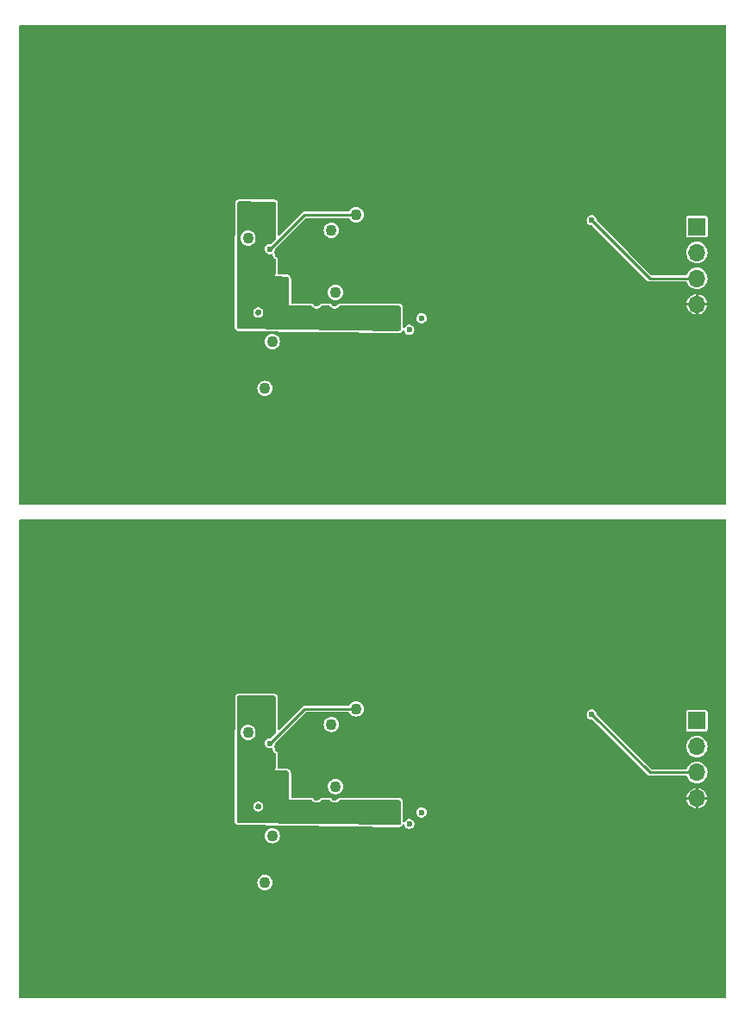
<source format=gbr>
%TF.GenerationSoftware,KiCad,Pcbnew,8.0.4*%
%TF.CreationDate,2024-08-14T23:56:45-07:00*%
%TF.ProjectId,SleepyWoof_panelized,536c6565-7079-4576-9f6f-665f70616e65,rev?*%
%TF.SameCoordinates,Original*%
%TF.FileFunction,Copper,L2,Bot*%
%TF.FilePolarity,Positive*%
%FSLAX46Y46*%
G04 Gerber Fmt 4.6, Leading zero omitted, Abs format (unit mm)*
G04 Created by KiCad (PCBNEW 8.0.4) date 2024-08-14 23:56:45*
%MOMM*%
%LPD*%
G01*
G04 APERTURE LIST*
%TA.AperFunction,TestPad*%
%ADD10C,1.100000*%
%TD*%
%TA.AperFunction,ComponentPad*%
%ADD11R,1.700000X1.700000*%
%TD*%
%TA.AperFunction,ComponentPad*%
%ADD12O,1.700000X1.700000*%
%TD*%
%TA.AperFunction,ViaPad*%
%ADD13C,0.600000*%
%TD*%
%TA.AperFunction,Conductor*%
%ADD14C,0.228600*%
%TD*%
G04 APERTURE END LIST*
D10*
%TO.P,TP1,1,1*%
%TO.N,/WDT-VIN*%
X170780000Y-60780000D03*
%TD*%
%TO.P,TP4,1,1*%
%TO.N,Net-(U1C--)*%
X176605000Y-49860000D03*
%TD*%
%TO.P,TP2,1,1*%
%TO.N,PET_WDT*%
X170080000Y-65397500D03*
%TD*%
%TO.P,TP3,1,1*%
%TO.N,Net-(U1B-+)*%
X177005000Y-55960000D03*
%TD*%
D11*
%TO.P,J1,1,Pin_1*%
%TO.N,VBATT*%
X212480000Y-49500000D03*
D12*
%TO.P,J1,2,Pin_2*%
%TO.N,PET_WDT*%
X212480000Y-52040000D03*
%TO.P,J1,3,Pin_3*%
%TO.N,WDT_OUT*%
X212480000Y-54580000D03*
%TO.P,J1,4,Pin_4*%
%TO.N,GND*%
X212480000Y-57120000D03*
%TD*%
D10*
%TO.P,TP6,1,1*%
%TO.N,WDT_OUT*%
X179017500Y-48335000D03*
%TD*%
%TO.P,TP5,1,1*%
%TO.N,Net-(U1D-+)*%
X168405000Y-50635000D03*
%TD*%
%TO.P,TP5,1,1*%
%TO.N,Net-(U1D-+)*%
X168405000Y-99135000D03*
%TD*%
%TO.P,TP6,1,1*%
%TO.N,WDT_OUT*%
X179017500Y-96835000D03*
%TD*%
D11*
%TO.P,J1,1,Pin_1*%
%TO.N,VBATT*%
X212480000Y-98000000D03*
D12*
%TO.P,J1,2,Pin_2*%
%TO.N,PET_WDT*%
X212480000Y-100540000D03*
%TO.P,J1,3,Pin_3*%
%TO.N,WDT_OUT*%
X212480000Y-103080000D03*
%TO.P,J1,4,Pin_4*%
%TO.N,GND*%
X212480000Y-105620000D03*
%TD*%
D10*
%TO.P,TP3,1,1*%
%TO.N,Net-(U1B-+)*%
X177005000Y-104460000D03*
%TD*%
%TO.P,TP2,1,1*%
%TO.N,PET_WDT*%
X170080000Y-113897500D03*
%TD*%
%TO.P,TP4,1,1*%
%TO.N,Net-(U1C--)*%
X176605000Y-98360000D03*
%TD*%
%TO.P,TP1,1,1*%
%TO.N,/WDT-VIN*%
X170780000Y-109280000D03*
%TD*%
D13*
%TO.N,WDT_OUT*%
X202170000Y-48890000D03*
X170570000Y-51710000D03*
%TO.N,/WDT-VIN*%
X171678647Y-55138127D03*
X177540000Y-59210000D03*
X168410000Y-54750000D03*
X184240000Y-59630000D03*
X170670000Y-47785000D03*
X178860000Y-58600000D03*
X170498733Y-57734733D03*
X185450000Y-58500000D03*
%TO.N,GND*%
X169554000Y-61108000D03*
X178308000Y-54243000D03*
X165785800Y-65342800D03*
X181102000Y-51195000D03*
X175142000Y-57044000D03*
X173786800Y-54954200D03*
X169418000Y-57926000D03*
X172033727Y-51834998D03*
X163730000Y-50980000D03*
X165887400Y-63869600D03*
X171332000Y-52218000D03*
X179578000Y-51195000D03*
X163780000Y-52720000D03*
X173872000Y-52980000D03*
X163800000Y-54480000D03*
X184150000Y-66943000D03*
X163840000Y-56310000D03*
X179324000Y-66943000D03*
X172950000Y-53190000D03*
X174498000Y-66943000D03*
X176920000Y-57044000D03*
X171450000Y-46242000D03*
X171450000Y-94742000D03*
X176920000Y-105544000D03*
X174498000Y-115443000D03*
X172950000Y-101690000D03*
X179324000Y-115443000D03*
X163840000Y-104810000D03*
X184150000Y-115443000D03*
X163800000Y-102980000D03*
X173872000Y-101480000D03*
X163780000Y-101220000D03*
X179578000Y-99695000D03*
X171332000Y-100718000D03*
X165887400Y-112369600D03*
X163730000Y-99480000D03*
X172033727Y-100334998D03*
X169418000Y-106426000D03*
X173786800Y-103454200D03*
X175142000Y-105544000D03*
X181102000Y-99695000D03*
X165785800Y-113842800D03*
X178308000Y-102743000D03*
X169554000Y-109608000D03*
%TO.N,/WDT-VIN*%
X185450000Y-107000000D03*
X170498733Y-106234733D03*
X178860000Y-107100000D03*
X170670000Y-96285000D03*
X184240000Y-108130000D03*
X168410000Y-103250000D03*
X177540000Y-107710000D03*
X171678647Y-103638127D03*
%TO.N,WDT_OUT*%
X170570000Y-100210000D03*
X202170000Y-97390000D03*
%TD*%
D14*
%TO.N,WDT_OUT*%
X207860000Y-54580000D02*
X212480000Y-54580000D01*
X202170000Y-48890000D02*
X207860000Y-54580000D01*
X173945000Y-48335000D02*
X179017500Y-48335000D01*
X170570000Y-51710000D02*
X173945000Y-48335000D01*
X170570000Y-100210000D02*
X173945000Y-96835000D01*
X173945000Y-96835000D02*
X179017500Y-96835000D01*
X202170000Y-97390000D02*
X207860000Y-103080000D01*
X207860000Y-103080000D02*
X212480000Y-103080000D01*
%TD*%
%TA.AperFunction,Conductor*%
%TO.N,GND*%
G36*
X169470791Y-106134046D02*
G01*
X169531432Y-106151851D01*
X169550895Y-106160739D01*
X169604076Y-106194916D01*
X169620249Y-106208931D01*
X169661640Y-106256699D01*
X169673212Y-106274705D01*
X169699469Y-106332200D01*
X169705500Y-106352737D01*
X169714495Y-106415297D01*
X169714495Y-106436701D01*
X169705500Y-106499263D01*
X169699469Y-106519800D01*
X169673213Y-106577293D01*
X169661641Y-106595300D01*
X169620251Y-106643065D01*
X169604076Y-106657081D01*
X169550900Y-106691256D01*
X169531430Y-106700148D01*
X169501109Y-106709051D01*
X169470786Y-106717954D01*
X169449602Y-106721000D01*
X169386397Y-106721000D01*
X169365211Y-106717954D01*
X169304569Y-106700148D01*
X169285098Y-106691256D01*
X169231923Y-106657082D01*
X169215748Y-106643066D01*
X169174359Y-106595301D01*
X169162787Y-106577295D01*
X169150586Y-106550580D01*
X169136527Y-106519796D01*
X169130497Y-106499259D01*
X169124493Y-106457500D01*
X169121503Y-106436700D01*
X169121503Y-106415306D01*
X169130500Y-106352730D01*
X169136530Y-106332198D01*
X169162788Y-106274700D01*
X169174357Y-106256699D01*
X169215751Y-106208928D01*
X169231920Y-106194917D01*
X169285101Y-106160739D01*
X169304569Y-106151849D01*
X169327076Y-106145241D01*
X169365209Y-106134046D01*
X169386393Y-106131000D01*
X169449606Y-106131000D01*
X169470791Y-106134046D01*
G37*
%TD.AperFunction*%
%TA.AperFunction,Conductor*%
G36*
X215362638Y-78278093D02*
G01*
X215388358Y-78322642D01*
X215389500Y-78335700D01*
X215389500Y-125184300D01*
X215371907Y-125232638D01*
X215327358Y-125258358D01*
X215314300Y-125259500D01*
X145991700Y-125259500D01*
X145943362Y-125241907D01*
X145917642Y-125197358D01*
X145916500Y-125184300D01*
X145916500Y-113897499D01*
X169324751Y-113897499D01*
X169324751Y-113897500D01*
X169343686Y-114065556D01*
X169343688Y-114065564D01*
X169396067Y-114215253D01*
X169399544Y-114225190D01*
X169469293Y-114336195D01*
X169489524Y-114368392D01*
X169609107Y-114487975D01*
X169609109Y-114487976D01*
X169609110Y-114487977D01*
X169752310Y-114577956D01*
X169911941Y-114633813D01*
X170023980Y-114646437D01*
X170079999Y-114652749D01*
X170080000Y-114652749D01*
X170080001Y-114652749D01*
X170122014Y-114648015D01*
X170248059Y-114633813D01*
X170407690Y-114577956D01*
X170550890Y-114487977D01*
X170670477Y-114368390D01*
X170760456Y-114225190D01*
X170816313Y-114065559D01*
X170835249Y-113897500D01*
X170816313Y-113729441D01*
X170760456Y-113569810D01*
X170670477Y-113426610D01*
X170670476Y-113426609D01*
X170670475Y-113426607D01*
X170550892Y-113307024D01*
X170518695Y-113286793D01*
X170407690Y-113217044D01*
X170397753Y-113213567D01*
X170248064Y-113161188D01*
X170248056Y-113161186D01*
X170080001Y-113142251D01*
X170079999Y-113142251D01*
X169911943Y-113161186D01*
X169911935Y-113161188D01*
X169752312Y-113217043D01*
X169609107Y-113307024D01*
X169489524Y-113426607D01*
X169399543Y-113569812D01*
X169343688Y-113729435D01*
X169343686Y-113729443D01*
X169324751Y-113897499D01*
X145916500Y-113897499D01*
X145916500Y-109279999D01*
X170024751Y-109279999D01*
X170024751Y-109280000D01*
X170043686Y-109448056D01*
X170043688Y-109448064D01*
X170096067Y-109597753D01*
X170099544Y-109607690D01*
X170169293Y-109718695D01*
X170189524Y-109750892D01*
X170309107Y-109870475D01*
X170309109Y-109870476D01*
X170309110Y-109870477D01*
X170452310Y-109960456D01*
X170611941Y-110016313D01*
X170723980Y-110028937D01*
X170779999Y-110035249D01*
X170780000Y-110035249D01*
X170780001Y-110035249D01*
X170822014Y-110030515D01*
X170948059Y-110016313D01*
X171107690Y-109960456D01*
X171250890Y-109870477D01*
X171370477Y-109750890D01*
X171460456Y-109607690D01*
X171516313Y-109448059D01*
X171535249Y-109280000D01*
X171516313Y-109111941D01*
X171460456Y-108952310D01*
X171370477Y-108809110D01*
X171370476Y-108809109D01*
X171370475Y-108809107D01*
X171250892Y-108689524D01*
X171218695Y-108669293D01*
X171107690Y-108599544D01*
X171097753Y-108596067D01*
X170948064Y-108543688D01*
X170948056Y-108543686D01*
X170780001Y-108524751D01*
X170779999Y-108524751D01*
X170611943Y-108543686D01*
X170611935Y-108543688D01*
X170452312Y-108599543D01*
X170309107Y-108689524D01*
X170189524Y-108809107D01*
X170099543Y-108952312D01*
X170043688Y-109111935D01*
X170043686Y-109111943D01*
X170024751Y-109279999D01*
X145916500Y-109279999D01*
X145916500Y-107832792D01*
X167095325Y-107832792D01*
X167096959Y-107859498D01*
X167096959Y-107859502D01*
X167099000Y-107875581D01*
X167099003Y-107875600D01*
X167104073Y-107901783D01*
X167104077Y-107901801D01*
X167104079Y-107901809D01*
X167123882Y-107977374D01*
X167143984Y-108026778D01*
X167159873Y-108054750D01*
X167192015Y-108097319D01*
X167224144Y-108130000D01*
X167240848Y-108146991D01*
X167258278Y-108160623D01*
X167282863Y-108179852D01*
X167310562Y-108196216D01*
X167340160Y-108208851D01*
X167359619Y-108217158D01*
X167359620Y-108217158D01*
X167359622Y-108217159D01*
X167434840Y-108238244D01*
X167460981Y-108243768D01*
X167461003Y-108243771D01*
X167461013Y-108243773D01*
X167477014Y-108246080D01*
X167477025Y-108246081D01*
X167477037Y-108246083D01*
X167503688Y-108248169D01*
X183218436Y-108452763D01*
X183238773Y-108452020D01*
X183251084Y-108450958D01*
X183271224Y-108448211D01*
X183330147Y-108437184D01*
X183369148Y-108425799D01*
X183384831Y-108419479D01*
X183391944Y-108416614D01*
X183391948Y-108416611D01*
X183391958Y-108416608D01*
X183427957Y-108397773D01*
X183472768Y-108368346D01*
X183504350Y-108342804D01*
X183521848Y-108325527D01*
X183547798Y-108294260D01*
X183577790Y-108249823D01*
X183597081Y-108214058D01*
X183603151Y-108199523D01*
X183638012Y-108161700D01*
X183689031Y-108155134D01*
X183732335Y-108182899D01*
X183746977Y-108217802D01*
X183754835Y-108272459D01*
X183814622Y-108403372D01*
X183814624Y-108403375D01*
X183857418Y-108452762D01*
X183908872Y-108512143D01*
X184029947Y-108589953D01*
X184168039Y-108630500D01*
X184168042Y-108630500D01*
X184311958Y-108630500D01*
X184311961Y-108630500D01*
X184450053Y-108589953D01*
X184571128Y-108512143D01*
X184665377Y-108403373D01*
X184725165Y-108272457D01*
X184745647Y-108130000D01*
X184725165Y-107987543D01*
X184717768Y-107971347D01*
X184665377Y-107856627D01*
X184665375Y-107856624D01*
X184571127Y-107747856D01*
X184571125Y-107747855D01*
X184450051Y-107670046D01*
X184450052Y-107670046D01*
X184311963Y-107629500D01*
X184311961Y-107629500D01*
X184168039Y-107629500D01*
X184168036Y-107629500D01*
X184029948Y-107670046D01*
X183908874Y-107747855D01*
X183908872Y-107747856D01*
X183814624Y-107856624D01*
X183814622Y-107856627D01*
X183778973Y-107934687D01*
X183742889Y-107971347D01*
X183691682Y-107976237D01*
X183649312Y-107947067D01*
X183635369Y-107903476D01*
X183635032Y-107000000D01*
X184944353Y-107000000D01*
X184964835Y-107142459D01*
X185024622Y-107273372D01*
X185024624Y-107273375D01*
X185118872Y-107382143D01*
X185239947Y-107459953D01*
X185378039Y-107500500D01*
X185378042Y-107500500D01*
X185521958Y-107500500D01*
X185521961Y-107500500D01*
X185660053Y-107459953D01*
X185781128Y-107382143D01*
X185875377Y-107273373D01*
X185935165Y-107142457D01*
X185955647Y-107000000D01*
X185935165Y-106857543D01*
X185875377Y-106726627D01*
X185875375Y-106726624D01*
X185781127Y-106617856D01*
X185781125Y-106617855D01*
X185746030Y-106595301D01*
X185660053Y-106540047D01*
X185660052Y-106540046D01*
X185521963Y-106499500D01*
X185521961Y-106499500D01*
X185378039Y-106499500D01*
X185378036Y-106499500D01*
X185239948Y-106540046D01*
X185118874Y-106617855D01*
X185118872Y-106617856D01*
X185024624Y-106726624D01*
X185024622Y-106726627D01*
X184964835Y-106857540D01*
X184944353Y-107000000D01*
X183635032Y-107000000D01*
X183634652Y-105983958D01*
X183633655Y-105963820D01*
X183632450Y-105951630D01*
X183629486Y-105931690D01*
X183617873Y-105873404D01*
X183606500Y-105835954D01*
X183606172Y-105834873D01*
X183596834Y-105812347D01*
X183596828Y-105812333D01*
X183577849Y-105776845D01*
X183577844Y-105776838D01*
X183577842Y-105776834D01*
X183548299Y-105732640D01*
X183531576Y-105712271D01*
X183522749Y-105701519D01*
X183522745Y-105701515D01*
X183522741Y-105701510D01*
X183505502Y-105684277D01*
X183498368Y-105678424D01*
X183480403Y-105663684D01*
X183474375Y-105658738D01*
X183430172Y-105629207D01*
X183430169Y-105629205D01*
X183430161Y-105629200D01*
X183394665Y-105610229D01*
X183394647Y-105610220D01*
X183372140Y-105600897D01*
X183333590Y-105589203D01*
X183333581Y-105589200D01*
X183275300Y-105577607D01*
X183275273Y-105577602D01*
X183255362Y-105574648D01*
X183255354Y-105574647D01*
X183255346Y-105574646D01*
X183249154Y-105574035D01*
X183243162Y-105573445D01*
X183243142Y-105573444D01*
X183223062Y-105572456D01*
X183223022Y-105572455D01*
X177840924Y-105572057D01*
X177403762Y-105572024D01*
X177403761Y-105572024D01*
X177403757Y-105572024D01*
X177383470Y-105573839D01*
X177367237Y-105575292D01*
X177367229Y-105575293D01*
X177345396Y-105579234D01*
X177320951Y-105585210D01*
X177320949Y-105585211D01*
X177241839Y-105631081D01*
X177241826Y-105631090D01*
X177205822Y-105664620D01*
X177122251Y-105761065D01*
X177106076Y-105775081D01*
X177052900Y-105809256D01*
X177033430Y-105818148D01*
X177003109Y-105827051D01*
X176972786Y-105835954D01*
X176951602Y-105839000D01*
X176888398Y-105839000D01*
X176867211Y-105835954D01*
X176863502Y-105834865D01*
X176846024Y-105829732D01*
X176806565Y-105818146D01*
X176787096Y-105809254D01*
X176733926Y-105775084D01*
X176717749Y-105761067D01*
X176664770Y-105699926D01*
X176664766Y-105699922D01*
X176663847Y-105698862D01*
X176658894Y-105692487D01*
X176649243Y-105678586D01*
X176649234Y-105678574D01*
X176649227Y-105678564D01*
X176633662Y-105658839D01*
X176559078Y-105605910D01*
X176518752Y-105589203D01*
X176514888Y-105587602D01*
X176514884Y-105587600D01*
X176436247Y-105571952D01*
X176392909Y-105571949D01*
X176392901Y-105571949D01*
X176392898Y-105571949D01*
X176392897Y-105571949D01*
X175625820Y-105571892D01*
X175625819Y-105571892D01*
X175625818Y-105571892D01*
X175625815Y-105571892D01*
X175589306Y-105575158D01*
X175567461Y-105579100D01*
X175567453Y-105579101D01*
X175567447Y-105579103D01*
X175543035Y-105585070D01*
X175463915Y-105630937D01*
X175428158Y-105664232D01*
X175344251Y-105761065D01*
X175328076Y-105775081D01*
X175274900Y-105809256D01*
X175255430Y-105818148D01*
X175225109Y-105827051D01*
X175194786Y-105835954D01*
X175173602Y-105839000D01*
X175110398Y-105839000D01*
X175089211Y-105835954D01*
X175085502Y-105834865D01*
X175068024Y-105829732D01*
X175028565Y-105818146D01*
X175009097Y-105809255D01*
X174955922Y-105775081D01*
X174939751Y-105761069D01*
X174897468Y-105712272D01*
X174897467Y-105712271D01*
X174896588Y-105711256D01*
X174888142Y-105701510D01*
X174885983Y-105699018D01*
X174881045Y-105692661D01*
X174871169Y-105678436D01*
X174871160Y-105678424D01*
X174855603Y-105658709D01*
X174781020Y-105605780D01*
X174781013Y-105605776D01*
X174736829Y-105587471D01*
X174736825Y-105587469D01*
X174658183Y-105571820D01*
X174658184Y-105571820D01*
X172710694Y-105571676D01*
X172662358Y-105554079D01*
X172636641Y-105509529D01*
X172635500Y-105496476D01*
X172635500Y-105494999D01*
X211485061Y-105494999D01*
X211485061Y-105495000D01*
X211995856Y-105495000D01*
X211980000Y-105554174D01*
X211980000Y-105685826D01*
X211995856Y-105745000D01*
X211485061Y-105745000D01*
X211492103Y-105816501D01*
X211492103Y-105816503D01*
X211549419Y-106005451D01*
X211549424Y-106005463D01*
X211642499Y-106179593D01*
X211642503Y-106179599D01*
X211767766Y-106332233D01*
X211920400Y-106457496D01*
X211920406Y-106457500D01*
X212094536Y-106550575D01*
X212094548Y-106550580D01*
X212283497Y-106607896D01*
X212355000Y-106614938D01*
X212355000Y-106104144D01*
X212414174Y-106120000D01*
X212545826Y-106120000D01*
X212605000Y-106104144D01*
X212605000Y-106614937D01*
X212676502Y-106607896D01*
X212865451Y-106550580D01*
X212865463Y-106550575D01*
X213039593Y-106457500D01*
X213039599Y-106457496D01*
X213192233Y-106332233D01*
X213317496Y-106179599D01*
X213317500Y-106179593D01*
X213410575Y-106005463D01*
X213410580Y-106005451D01*
X213467896Y-105816503D01*
X213467896Y-105816501D01*
X213474938Y-105745000D01*
X212964144Y-105745000D01*
X212980000Y-105685826D01*
X212980000Y-105554174D01*
X212964144Y-105495000D01*
X213474939Y-105495000D01*
X213474938Y-105494999D01*
X213467896Y-105423498D01*
X213467896Y-105423496D01*
X213410580Y-105234548D01*
X213410575Y-105234536D01*
X213317500Y-105060406D01*
X213317496Y-105060400D01*
X213192233Y-104907766D01*
X213039599Y-104782503D01*
X213039593Y-104782499D01*
X212865463Y-104689424D01*
X212865451Y-104689419D01*
X212676502Y-104632103D01*
X212605000Y-104625061D01*
X212605000Y-105135855D01*
X212545826Y-105120000D01*
X212414174Y-105120000D01*
X212355000Y-105135855D01*
X212355000Y-104625061D01*
X212354999Y-104625061D01*
X212283498Y-104632103D01*
X212283496Y-104632103D01*
X212094548Y-104689419D01*
X212094536Y-104689424D01*
X211920406Y-104782499D01*
X211920400Y-104782503D01*
X211767766Y-104907766D01*
X211642503Y-105060400D01*
X211642499Y-105060406D01*
X211549424Y-105234536D01*
X211549419Y-105234548D01*
X211492103Y-105423496D01*
X211492103Y-105423498D01*
X211485061Y-105494999D01*
X172635500Y-105494999D01*
X172635500Y-104459999D01*
X176249751Y-104459999D01*
X176249751Y-104460000D01*
X176268686Y-104628056D01*
X176268688Y-104628064D01*
X176290159Y-104689424D01*
X176324544Y-104787690D01*
X176394293Y-104898695D01*
X176414524Y-104930892D01*
X176534107Y-105050475D01*
X176534109Y-105050476D01*
X176534110Y-105050477D01*
X176677310Y-105140456D01*
X176836941Y-105196313D01*
X176948980Y-105208937D01*
X177004999Y-105215249D01*
X177005000Y-105215249D01*
X177005001Y-105215249D01*
X177047014Y-105210515D01*
X177173059Y-105196313D01*
X177332690Y-105140456D01*
X177475890Y-105050477D01*
X177595477Y-104930890D01*
X177685456Y-104787690D01*
X177741313Y-104628059D01*
X177760249Y-104460000D01*
X177741313Y-104291941D01*
X177685456Y-104132310D01*
X177595477Y-103989110D01*
X177595476Y-103989109D01*
X177595475Y-103989107D01*
X177475892Y-103869524D01*
X177407276Y-103826410D01*
X177332690Y-103779544D01*
X177322753Y-103776067D01*
X177173064Y-103723688D01*
X177173056Y-103723686D01*
X177005001Y-103704751D01*
X177004999Y-103704751D01*
X176836943Y-103723686D01*
X176836935Y-103723688D01*
X176677312Y-103779543D01*
X176534107Y-103869524D01*
X176414524Y-103989107D01*
X176324543Y-104132312D01*
X176268688Y-104291935D01*
X176268686Y-104291943D01*
X176249751Y-104459999D01*
X172635500Y-104459999D01*
X172635500Y-103125139D01*
X172635289Y-103121901D01*
X172633776Y-103098575D01*
X172631687Y-103082551D01*
X172626542Y-103056431D01*
X172606589Y-102981206D01*
X172586440Y-102932038D01*
X172570556Y-102904204D01*
X172570555Y-102904202D01*
X172547730Y-102874066D01*
X172538480Y-102861852D01*
X172538476Y-102861848D01*
X172538472Y-102861843D01*
X172489785Y-102812413D01*
X172489775Y-102812404D01*
X172447917Y-102779694D01*
X172447915Y-102779692D01*
X172420332Y-102763394D01*
X172420324Y-102763390D01*
X172371485Y-102742506D01*
X172371468Y-102742500D01*
X172296564Y-102721413D01*
X172296530Y-102721405D01*
X172270548Y-102715878D01*
X172270515Y-102715872D01*
X172254564Y-102713545D01*
X172254543Y-102713543D01*
X172228021Y-102711416D01*
X172227986Y-102711415D01*
X171391069Y-102698735D01*
X171343003Y-102680412D01*
X171317961Y-102635479D01*
X171317009Y-102623135D01*
X171317678Y-102500189D01*
X171324690Y-101211775D01*
X171323575Y-101189248D01*
X171322149Y-101175631D01*
X171322148Y-101175620D01*
X171320702Y-101164664D01*
X171286564Y-101079818D01*
X171259282Y-101040527D01*
X171201586Y-100984855D01*
X171145919Y-100949079D01*
X171129751Y-100935069D01*
X171088356Y-100887298D01*
X171076787Y-100869295D01*
X171050528Y-100811797D01*
X171044497Y-100791258D01*
X171037981Y-100745934D01*
X171031522Y-100701005D01*
X171028915Y-100686554D01*
X171027019Y-100677841D01*
X171026330Y-100674789D01*
X170986230Y-100592592D01*
X170984468Y-100590405D01*
X170984035Y-100589137D01*
X170983964Y-100589026D01*
X170983990Y-100589008D01*
X170967837Y-100541728D01*
X170986190Y-100493975D01*
X170995377Y-100483373D01*
X171055165Y-100352457D01*
X171075647Y-100210000D01*
X171073404Y-100194406D01*
X171083936Y-100144060D01*
X171094660Y-100130533D01*
X172865195Y-98359999D01*
X175849751Y-98359999D01*
X175849751Y-98360000D01*
X175868686Y-98528056D01*
X175868688Y-98528064D01*
X175921067Y-98677753D01*
X175924544Y-98687690D01*
X175994293Y-98798695D01*
X176014524Y-98830892D01*
X176134107Y-98950475D01*
X176134109Y-98950476D01*
X176134110Y-98950477D01*
X176277310Y-99040456D01*
X176436941Y-99096313D01*
X176548980Y-99108937D01*
X176604999Y-99115249D01*
X176605000Y-99115249D01*
X176605001Y-99115249D01*
X176647014Y-99110515D01*
X176773059Y-99096313D01*
X176932690Y-99040456D01*
X177075890Y-98950477D01*
X177195477Y-98830890D01*
X177285456Y-98687690D01*
X177341313Y-98528059D01*
X177360249Y-98360000D01*
X177341313Y-98191941D01*
X177285456Y-98032310D01*
X177195477Y-97889110D01*
X177195476Y-97889109D01*
X177195475Y-97889107D01*
X177075892Y-97769524D01*
X177043695Y-97749293D01*
X176932690Y-97679544D01*
X176922753Y-97676067D01*
X176773064Y-97623688D01*
X176773056Y-97623686D01*
X176605001Y-97604751D01*
X176604999Y-97604751D01*
X176436943Y-97623686D01*
X176436935Y-97623688D01*
X176277312Y-97679543D01*
X176134107Y-97769524D01*
X176014524Y-97889107D01*
X175924543Y-98032312D01*
X175868688Y-98191935D01*
X175868686Y-98191943D01*
X175849751Y-98359999D01*
X172865195Y-98359999D01*
X174053369Y-97171826D01*
X174099989Y-97150086D01*
X174106543Y-97149800D01*
X178287383Y-97149800D01*
X178335721Y-97167393D01*
X178351057Y-97184991D01*
X178427024Y-97305892D01*
X178546607Y-97425475D01*
X178546609Y-97425476D01*
X178546610Y-97425477D01*
X178689810Y-97515456D01*
X178849441Y-97571313D01*
X178961480Y-97583937D01*
X179017499Y-97590249D01*
X179017500Y-97590249D01*
X179017501Y-97590249D01*
X179059514Y-97585515D01*
X179185559Y-97571313D01*
X179345190Y-97515456D01*
X179488390Y-97425477D01*
X179523867Y-97390000D01*
X201664353Y-97390000D01*
X201684835Y-97532459D01*
X201744622Y-97663372D01*
X201744624Y-97663375D01*
X201758634Y-97679543D01*
X201838872Y-97772143D01*
X201959947Y-97849953D01*
X202098039Y-97890500D01*
X202194157Y-97890500D01*
X202242495Y-97908093D01*
X202247331Y-97912526D01*
X207666707Y-103331902D01*
X207738481Y-103373342D01*
X207738485Y-103373344D01*
X207738491Y-103373347D01*
X207755407Y-103377879D01*
X207755409Y-103377880D01*
X207755410Y-103377880D01*
X207818556Y-103394800D01*
X211421951Y-103394800D01*
X211470289Y-103412393D01*
X211493913Y-103448171D01*
X211504767Y-103483954D01*
X211504768Y-103483955D01*
X211602312Y-103666445D01*
X211602315Y-103666450D01*
X211733590Y-103826410D01*
X211893550Y-103957685D01*
X212076046Y-104055232D01*
X212076050Y-104055233D01*
X212076052Y-104055234D01*
X212149778Y-104077598D01*
X212274066Y-104115300D01*
X212480000Y-104135583D01*
X212685934Y-104115300D01*
X212883954Y-104055232D01*
X213066450Y-103957685D01*
X213226410Y-103826410D01*
X213357685Y-103666450D01*
X213455232Y-103483954D01*
X213515300Y-103285934D01*
X213535583Y-103080000D01*
X213515300Y-102874066D01*
X213468994Y-102721413D01*
X213455234Y-102676052D01*
X213455229Y-102676040D01*
X213357687Y-102493554D01*
X213357684Y-102493549D01*
X213226410Y-102333590D01*
X213066450Y-102202315D01*
X213066445Y-102202312D01*
X212883959Y-102104770D01*
X212883947Y-102104765D01*
X212685932Y-102044699D01*
X212480000Y-102024417D01*
X212274067Y-102044699D01*
X212076052Y-102104765D01*
X212076040Y-102104770D01*
X211893554Y-102202312D01*
X211893549Y-102202315D01*
X211733590Y-102333590D01*
X211602315Y-102493549D01*
X211602312Y-102493554D01*
X211504768Y-102676044D01*
X211504767Y-102676045D01*
X211493913Y-102711829D01*
X211463045Y-102752979D01*
X211421951Y-102765200D01*
X208021542Y-102765200D01*
X207973204Y-102747607D01*
X207968368Y-102743174D01*
X205765194Y-100540000D01*
X211424417Y-100540000D01*
X211444699Y-100745932D01*
X211504765Y-100943947D01*
X211504770Y-100943959D01*
X211577389Y-101079818D01*
X211602315Y-101126450D01*
X211733590Y-101286410D01*
X211893550Y-101417685D01*
X212076046Y-101515232D01*
X212076050Y-101515233D01*
X212076052Y-101515234D01*
X212149778Y-101537598D01*
X212274066Y-101575300D01*
X212480000Y-101595583D01*
X212685934Y-101575300D01*
X212883954Y-101515232D01*
X213066450Y-101417685D01*
X213226410Y-101286410D01*
X213357685Y-101126450D01*
X213455232Y-100943954D01*
X213515300Y-100745934D01*
X213535583Y-100540000D01*
X213515300Y-100334066D01*
X213455232Y-100136046D01*
X213357685Y-99953550D01*
X213226410Y-99793590D01*
X213066450Y-99662315D01*
X213066445Y-99662312D01*
X212883959Y-99564770D01*
X212883947Y-99564765D01*
X212685932Y-99504699D01*
X212480000Y-99484417D01*
X212274067Y-99504699D01*
X212076052Y-99564765D01*
X212076040Y-99564770D01*
X211893554Y-99662312D01*
X211893549Y-99662315D01*
X211733590Y-99793590D01*
X211602315Y-99953549D01*
X211602312Y-99953554D01*
X211504770Y-100136040D01*
X211504765Y-100136052D01*
X211444699Y-100334067D01*
X211424417Y-100540000D01*
X205765194Y-100540000D01*
X202694664Y-97469470D01*
X202672924Y-97422850D01*
X202673403Y-97405601D01*
X202675647Y-97390000D01*
X202655165Y-97247543D01*
X202601599Y-97130251D01*
X211429500Y-97130251D01*
X211429500Y-98869748D01*
X211441132Y-98928229D01*
X211441133Y-98928231D01*
X211485448Y-98994552D01*
X211551769Y-99038867D01*
X211581010Y-99044683D01*
X211610251Y-99050500D01*
X211610252Y-99050500D01*
X213349749Y-99050500D01*
X213369242Y-99046622D01*
X213408231Y-99038867D01*
X213474552Y-98994552D01*
X213518867Y-98928231D01*
X213530500Y-98869748D01*
X213530500Y-97130252D01*
X213518867Y-97071769D01*
X213474552Y-97005448D01*
X213408231Y-96961133D01*
X213408229Y-96961132D01*
X213349749Y-96949500D01*
X213349748Y-96949500D01*
X211610252Y-96949500D01*
X211610251Y-96949500D01*
X211551770Y-96961132D01*
X211551768Y-96961133D01*
X211485448Y-97005448D01*
X211441133Y-97071768D01*
X211441132Y-97071770D01*
X211429500Y-97130251D01*
X202601599Y-97130251D01*
X202595377Y-97116627D01*
X202595375Y-97116624D01*
X202501127Y-97007856D01*
X202501125Y-97007855D01*
X202428422Y-96961132D01*
X202380053Y-96930047D01*
X202380052Y-96930046D01*
X202241963Y-96889500D01*
X202241961Y-96889500D01*
X202098039Y-96889500D01*
X202098036Y-96889500D01*
X201959948Y-96930046D01*
X201838874Y-97007855D01*
X201838872Y-97007856D01*
X201744624Y-97116624D01*
X201744622Y-97116627D01*
X201684835Y-97247540D01*
X201664353Y-97390000D01*
X179523867Y-97390000D01*
X179607977Y-97305890D01*
X179697956Y-97162690D01*
X179753813Y-97003059D01*
X179772749Y-96835000D01*
X179753813Y-96666941D01*
X179697956Y-96507310D01*
X179607977Y-96364110D01*
X179607976Y-96364109D01*
X179607975Y-96364107D01*
X179488392Y-96244524D01*
X179456195Y-96224293D01*
X179345190Y-96154544D01*
X179335253Y-96151067D01*
X179185564Y-96098688D01*
X179185556Y-96098686D01*
X179017501Y-96079751D01*
X179017499Y-96079751D01*
X178849443Y-96098686D01*
X178849435Y-96098688D01*
X178689812Y-96154543D01*
X178546607Y-96244524D01*
X178427024Y-96364107D01*
X178351057Y-96485009D01*
X178310443Y-96516577D01*
X178287383Y-96520200D01*
X173903556Y-96520200D01*
X173834461Y-96538714D01*
X173834460Y-96538713D01*
X173823497Y-96541651D01*
X173823485Y-96541656D01*
X173751709Y-96583096D01*
X173751703Y-96583100D01*
X171466104Y-98868699D01*
X171419484Y-98890439D01*
X171369797Y-98877125D01*
X171340292Y-98834988D01*
X171337731Y-98815121D01*
X171354366Y-95758840D01*
X171352759Y-95732051D01*
X171350724Y-95715888D01*
X171345639Y-95689533D01*
X171325782Y-95613654D01*
X171305584Y-95564044D01*
X171289608Y-95535969D01*
X171276532Y-95518698D01*
X171257278Y-95493267D01*
X171208163Y-95443492D01*
X171165890Y-95410590D01*
X171138035Y-95394245D01*
X171138030Y-95394242D01*
X171088696Y-95373384D01*
X171067838Y-95367627D01*
X171037150Y-95359157D01*
X171037150Y-95359156D01*
X171037142Y-95359154D01*
X171013118Y-95352524D01*
X171013088Y-95352516D01*
X171013082Y-95352515D01*
X171013076Y-95352513D01*
X171013073Y-95352513D01*
X170986785Y-95347077D01*
X170970693Y-95344833D01*
X170970664Y-95344830D01*
X170970662Y-95344830D01*
X170970656Y-95344829D01*
X170970650Y-95344829D01*
X170943904Y-95342866D01*
X169849505Y-95334226D01*
X167558561Y-95316139D01*
X167558560Y-95316139D01*
X167558557Y-95316139D01*
X167538366Y-95316973D01*
X167530227Y-95317712D01*
X167526144Y-95318083D01*
X167526138Y-95318083D01*
X167526125Y-95318085D01*
X167526102Y-95318087D01*
X167506150Y-95320895D01*
X167506126Y-95320899D01*
X167506123Y-95320900D01*
X167485264Y-95324888D01*
X167447565Y-95332098D01*
X167408864Y-95343536D01*
X167408839Y-95343545D01*
X167386229Y-95352727D01*
X167386207Y-95352737D01*
X167350473Y-95371532D01*
X167350468Y-95371534D01*
X167305951Y-95400866D01*
X167305943Y-95400872D01*
X167274580Y-95426289D01*
X167274570Y-95426297D01*
X167257195Y-95443469D01*
X167257194Y-95443470D01*
X167257176Y-95443492D01*
X167231396Y-95474542D01*
X167201541Y-95518698D01*
X167182312Y-95554228D01*
X167172847Y-95576762D01*
X167160949Y-95615329D01*
X167160945Y-95615346D01*
X167149060Y-95673731D01*
X167146007Y-95693705D01*
X167144749Y-95705936D01*
X167143674Y-95726113D01*
X167143674Y-95726134D01*
X167131848Y-98687687D01*
X167130065Y-99134179D01*
X167130062Y-99134999D01*
X167100988Y-106415300D01*
X167100948Y-106425192D01*
X167100948Y-106425251D01*
X167100944Y-106426088D01*
X167095325Y-107832792D01*
X145916500Y-107832792D01*
X145916500Y-78335700D01*
X145934093Y-78287362D01*
X145978642Y-78261642D01*
X145991700Y-78260500D01*
X215314300Y-78260500D01*
X215362638Y-78278093D01*
G37*
%TD.AperFunction*%
%TA.AperFunction,Conductor*%
G36*
X170046965Y-66149026D02*
G01*
X170074622Y-66152143D01*
X170079999Y-66152749D01*
X170080000Y-66152749D01*
X170080001Y-66152749D01*
X170085651Y-66152112D01*
X170101965Y-66150274D01*
X215389500Y-67176905D01*
X215389500Y-76684300D01*
X215371907Y-76732638D01*
X215327358Y-76758358D01*
X215314300Y-76759500D01*
X145991700Y-76759500D01*
X145943362Y-76741907D01*
X145917642Y-76697358D01*
X145916500Y-76684300D01*
X145916500Y-65602009D01*
X170046965Y-66149026D01*
G37*
%TD.AperFunction*%
%TD*%
%TA.AperFunction,Conductor*%
%TO.N,/WDT-VIN*%
G36*
X169847883Y-95539720D02*
G01*
X170942278Y-95548360D01*
X170958412Y-95550610D01*
X170981519Y-95556987D01*
X171034023Y-95571478D01*
X171061883Y-95587827D01*
X171111001Y-95637605D01*
X171126977Y-95665680D01*
X171146834Y-95741559D01*
X171148869Y-95757722D01*
X171130249Y-99179005D01*
X171111944Y-99222859D01*
X170643611Y-99691194D01*
X170599417Y-99709500D01*
X170498037Y-99709500D01*
X170359950Y-99750045D01*
X170238871Y-99827857D01*
X170144623Y-99936625D01*
X170144623Y-99936627D01*
X170084834Y-100067544D01*
X170064353Y-100210000D01*
X170084834Y-100352455D01*
X170084835Y-100352457D01*
X170141920Y-100477455D01*
X170144623Y-100483372D01*
X170144623Y-100483374D01*
X170238871Y-100592142D01*
X170238872Y-100592143D01*
X170359947Y-100669953D01*
X170359949Y-100669953D01*
X170359950Y-100669954D01*
X170498036Y-100710499D01*
X170498038Y-100710500D01*
X170498039Y-100710500D01*
X170641962Y-100710500D01*
X170641962Y-100710499D01*
X170748642Y-100679176D01*
X170796203Y-100684289D01*
X170826218Y-100721536D01*
X170828114Y-100730249D01*
X170846834Y-100860455D01*
X170906623Y-100991372D01*
X170906623Y-100991374D01*
X170998891Y-101097857D01*
X171000872Y-101100143D01*
X171090484Y-101157733D01*
X171117766Y-101197024D01*
X171119193Y-101210650D01*
X171112181Y-102499071D01*
X171110000Y-102900000D01*
X171308043Y-102903000D01*
X171308045Y-102903001D01*
X172224889Y-102916892D01*
X172240871Y-102919223D01*
X172315785Y-102940313D01*
X172343375Y-102956616D01*
X172392074Y-103006058D01*
X172407958Y-103033892D01*
X172427911Y-103109117D01*
X172430000Y-103125141D01*
X172430000Y-105777156D01*
X172629984Y-105777170D01*
X172629985Y-105777171D01*
X174658170Y-105777321D01*
X174702362Y-105795630D01*
X174715016Y-105813855D01*
X174716621Y-105817371D01*
X174716623Y-105817374D01*
X174742161Y-105846846D01*
X174810872Y-105926143D01*
X174931947Y-106003953D01*
X175067849Y-106043857D01*
X175070036Y-106044499D01*
X175070038Y-106044500D01*
X175070039Y-106044500D01*
X175213962Y-106044500D01*
X175213962Y-106044499D01*
X175352053Y-106003953D01*
X175473128Y-105926143D01*
X175567377Y-105817373D01*
X175568948Y-105813931D01*
X175603955Y-105781334D01*
X175625800Y-105777392D01*
X176392882Y-105777449D01*
X176436230Y-105777453D01*
X176480423Y-105795762D01*
X176493075Y-105813985D01*
X176494621Y-105817371D01*
X176494625Y-105817376D01*
X176520161Y-105846846D01*
X176588872Y-105926143D01*
X176709947Y-106003953D01*
X176845849Y-106043857D01*
X176848036Y-106044499D01*
X176848038Y-106044500D01*
X176848039Y-106044500D01*
X176991962Y-106044500D01*
X176991962Y-106044499D01*
X177130053Y-106003953D01*
X177251128Y-105926143D01*
X177345377Y-105817373D01*
X177346886Y-105814067D01*
X177381889Y-105781468D01*
X177403741Y-105777524D01*
X177840908Y-105777557D01*
X183223016Y-105777956D01*
X183235194Y-105779156D01*
X183293493Y-105790753D01*
X183316014Y-105800082D01*
X183360217Y-105829613D01*
X183377456Y-105846846D01*
X183406999Y-105891040D01*
X183416334Y-105913559D01*
X183427947Y-105971845D01*
X183429152Y-105984035D01*
X183429921Y-108041096D01*
X183428704Y-108053391D01*
X183416934Y-108112166D01*
X183407456Y-108134859D01*
X183377464Y-108179296D01*
X183359966Y-108196573D01*
X183315155Y-108226000D01*
X183292345Y-108235191D01*
X183233422Y-108246218D01*
X183221111Y-108247280D01*
X167506363Y-108042686D01*
X167490307Y-108040371D01*
X167415089Y-108019286D01*
X167387390Y-108002922D01*
X167338558Y-107953251D01*
X167322669Y-107925279D01*
X167302866Y-107849714D01*
X167300824Y-107833625D01*
X167306446Y-106426000D01*
X168912353Y-106426000D01*
X168932834Y-106568455D01*
X168992623Y-106699372D01*
X168992623Y-106699374D01*
X169086871Y-106808142D01*
X169086872Y-106808143D01*
X169207947Y-106885953D01*
X169207949Y-106885953D01*
X169207950Y-106885954D01*
X169346036Y-106926499D01*
X169346038Y-106926500D01*
X169346039Y-106926500D01*
X169489962Y-106926500D01*
X169489962Y-106926499D01*
X169628053Y-106885953D01*
X169749128Y-106808143D01*
X169843377Y-106699373D01*
X169903165Y-106568457D01*
X169923647Y-106426000D01*
X169903165Y-106283543D01*
X169843377Y-106152627D01*
X169843376Y-106152625D01*
X169749128Y-106043857D01*
X169628053Y-105966047D01*
X169628051Y-105966046D01*
X169628049Y-105966045D01*
X169489963Y-105925500D01*
X169489961Y-105925500D01*
X169346039Y-105925500D01*
X169346037Y-105925500D01*
X169207950Y-105966045D01*
X169086871Y-106043857D01*
X168992623Y-106152625D01*
X168992623Y-106152627D01*
X168932834Y-106283544D01*
X168912353Y-106426000D01*
X167306446Y-106426000D01*
X167335563Y-99135000D01*
X167649751Y-99135000D01*
X167668686Y-99303055D01*
X167668687Y-99303059D01*
X167724545Y-99462692D01*
X167724547Y-99462696D01*
X167814521Y-99605888D01*
X167934111Y-99725478D01*
X168077303Y-99815452D01*
X168077306Y-99815453D01*
X168077310Y-99815456D01*
X168236941Y-99871313D01*
X168405000Y-99890249D01*
X168573059Y-99871313D01*
X168732690Y-99815456D01*
X168875890Y-99725477D01*
X168995477Y-99605890D01*
X169085456Y-99462690D01*
X169141313Y-99303059D01*
X169160249Y-99135000D01*
X169141313Y-98966941D01*
X169085456Y-98807310D01*
X169010293Y-98687690D01*
X168995478Y-98664111D01*
X168875888Y-98544521D01*
X168732696Y-98454547D01*
X168732692Y-98454545D01*
X168732691Y-98454544D01*
X168732690Y-98454544D01*
X168573059Y-98398687D01*
X168573055Y-98398686D01*
X168405000Y-98379751D01*
X168236944Y-98398686D01*
X168236940Y-98398687D01*
X168077307Y-98454545D01*
X168077303Y-98454547D01*
X167934111Y-98544521D01*
X167814521Y-98664111D01*
X167724547Y-98807303D01*
X167724545Y-98807307D01*
X167668687Y-98966940D01*
X167668686Y-98966944D01*
X167649751Y-99135000D01*
X167335563Y-99135000D01*
X167349173Y-95726945D01*
X167350429Y-95714732D01*
X167362317Y-95656334D01*
X167371780Y-95633804D01*
X167401640Y-95589640D01*
X167419022Y-95572463D01*
X167463535Y-95543133D01*
X167486176Y-95533938D01*
X167544722Y-95522742D01*
X167556939Y-95521633D01*
X169847883Y-95539720D01*
G37*
%TD.AperFunction*%
%TD*%
%TA.AperFunction,Conductor*%
%TO.N,GND*%
G36*
X215362638Y-78278093D02*
G01*
X215388358Y-78322642D01*
X215389500Y-78335700D01*
X215389500Y-87402955D01*
X145916500Y-87414796D01*
X145916500Y-78335700D01*
X145934093Y-78287362D01*
X145978642Y-78261642D01*
X145991700Y-78260500D01*
X215314300Y-78260500D01*
X215362638Y-78278093D01*
G37*
%TD.AperFunction*%
%TA.AperFunction,Conductor*%
G36*
X169470791Y-57634046D02*
G01*
X169531432Y-57651851D01*
X169550895Y-57660739D01*
X169604076Y-57694916D01*
X169620249Y-57708931D01*
X169661640Y-57756699D01*
X169673212Y-57774705D01*
X169699469Y-57832200D01*
X169705500Y-57852737D01*
X169714495Y-57915297D01*
X169714495Y-57936701D01*
X169705500Y-57999263D01*
X169699469Y-58019800D01*
X169673213Y-58077293D01*
X169661641Y-58095300D01*
X169620251Y-58143065D01*
X169604076Y-58157081D01*
X169550900Y-58191256D01*
X169531430Y-58200148D01*
X169501109Y-58209051D01*
X169470786Y-58217954D01*
X169449602Y-58221000D01*
X169386397Y-58221000D01*
X169365211Y-58217954D01*
X169304569Y-58200148D01*
X169285098Y-58191256D01*
X169231923Y-58157082D01*
X169215748Y-58143066D01*
X169174359Y-58095301D01*
X169162787Y-58077295D01*
X169150586Y-58050580D01*
X169136527Y-58019796D01*
X169130497Y-57999259D01*
X169124493Y-57957500D01*
X169121503Y-57936700D01*
X169121503Y-57915306D01*
X169130500Y-57852730D01*
X169136530Y-57832198D01*
X169162788Y-57774700D01*
X169174357Y-57756699D01*
X169215751Y-57708928D01*
X169231920Y-57694917D01*
X169285101Y-57660739D01*
X169304569Y-57651849D01*
X169327076Y-57645241D01*
X169365209Y-57634046D01*
X169386393Y-57631000D01*
X169449606Y-57631000D01*
X169470791Y-57634046D01*
G37*
%TD.AperFunction*%
%TA.AperFunction,Conductor*%
G36*
X215362638Y-29778093D02*
G01*
X215388358Y-29822642D01*
X215389500Y-29835700D01*
X215389500Y-76684300D01*
X215371907Y-76732638D01*
X215327358Y-76758358D01*
X215314300Y-76759500D01*
X145991700Y-76759500D01*
X145943362Y-76741907D01*
X145917642Y-76697358D01*
X145916500Y-76684300D01*
X145916500Y-65397499D01*
X169324751Y-65397499D01*
X169324751Y-65397500D01*
X169343686Y-65565556D01*
X169343688Y-65565564D01*
X169396067Y-65715253D01*
X169399544Y-65725190D01*
X169469293Y-65836195D01*
X169489524Y-65868392D01*
X169609107Y-65987975D01*
X169609109Y-65987976D01*
X169609110Y-65987977D01*
X169752310Y-66077956D01*
X169911941Y-66133813D01*
X170023980Y-66146437D01*
X170079999Y-66152749D01*
X170080000Y-66152749D01*
X170080001Y-66152749D01*
X170122014Y-66148015D01*
X170248059Y-66133813D01*
X170407690Y-66077956D01*
X170550890Y-65987977D01*
X170670477Y-65868390D01*
X170760456Y-65725190D01*
X170816313Y-65565559D01*
X170835249Y-65397500D01*
X170816313Y-65229441D01*
X170760456Y-65069810D01*
X170670477Y-64926610D01*
X170670476Y-64926609D01*
X170670475Y-64926607D01*
X170550892Y-64807024D01*
X170518695Y-64786793D01*
X170407690Y-64717044D01*
X170397753Y-64713567D01*
X170248064Y-64661188D01*
X170248056Y-64661186D01*
X170080001Y-64642251D01*
X170079999Y-64642251D01*
X169911943Y-64661186D01*
X169911935Y-64661188D01*
X169752312Y-64717043D01*
X169609107Y-64807024D01*
X169489524Y-64926607D01*
X169399543Y-65069812D01*
X169343688Y-65229435D01*
X169343686Y-65229443D01*
X169324751Y-65397499D01*
X145916500Y-65397499D01*
X145916500Y-60779999D01*
X170024751Y-60779999D01*
X170024751Y-60780000D01*
X170043686Y-60948056D01*
X170043688Y-60948064D01*
X170096067Y-61097753D01*
X170099544Y-61107690D01*
X170169293Y-61218695D01*
X170189524Y-61250892D01*
X170309107Y-61370475D01*
X170309109Y-61370476D01*
X170309110Y-61370477D01*
X170452310Y-61460456D01*
X170611941Y-61516313D01*
X170723980Y-61528937D01*
X170779999Y-61535249D01*
X170780000Y-61535249D01*
X170780001Y-61535249D01*
X170822014Y-61530515D01*
X170948059Y-61516313D01*
X171107690Y-61460456D01*
X171250890Y-61370477D01*
X171370477Y-61250890D01*
X171460456Y-61107690D01*
X171516313Y-60948059D01*
X171535249Y-60780000D01*
X171516313Y-60611941D01*
X171460456Y-60452310D01*
X171370477Y-60309110D01*
X171370476Y-60309109D01*
X171370475Y-60309107D01*
X171250892Y-60189524D01*
X171218695Y-60169293D01*
X171107690Y-60099544D01*
X171097753Y-60096067D01*
X170948064Y-60043688D01*
X170948056Y-60043686D01*
X170780001Y-60024751D01*
X170779999Y-60024751D01*
X170611943Y-60043686D01*
X170611935Y-60043688D01*
X170452312Y-60099543D01*
X170309107Y-60189524D01*
X170189524Y-60309107D01*
X170099543Y-60452312D01*
X170043688Y-60611935D01*
X170043686Y-60611943D01*
X170024751Y-60779999D01*
X145916500Y-60779999D01*
X145916500Y-59332792D01*
X167095325Y-59332792D01*
X167096959Y-59359498D01*
X167096959Y-59359502D01*
X167099000Y-59375581D01*
X167099003Y-59375600D01*
X167104073Y-59401783D01*
X167104077Y-59401801D01*
X167104079Y-59401809D01*
X167123882Y-59477374D01*
X167143984Y-59526778D01*
X167159873Y-59554750D01*
X167192015Y-59597319D01*
X167224144Y-59630000D01*
X167240848Y-59646991D01*
X167258278Y-59660623D01*
X167282863Y-59679852D01*
X167310562Y-59696216D01*
X167340160Y-59708851D01*
X167359619Y-59717158D01*
X167359620Y-59717158D01*
X167359622Y-59717159D01*
X167434840Y-59738244D01*
X167460981Y-59743768D01*
X167461003Y-59743771D01*
X167461013Y-59743773D01*
X167477014Y-59746080D01*
X167477025Y-59746081D01*
X167477037Y-59746083D01*
X167503688Y-59748169D01*
X183218436Y-59952763D01*
X183238773Y-59952020D01*
X183251084Y-59950958D01*
X183271224Y-59948211D01*
X183330147Y-59937184D01*
X183369148Y-59925799D01*
X183384831Y-59919479D01*
X183391944Y-59916614D01*
X183391948Y-59916611D01*
X183391958Y-59916608D01*
X183427957Y-59897773D01*
X183472768Y-59868346D01*
X183504350Y-59842804D01*
X183521848Y-59825527D01*
X183547798Y-59794260D01*
X183577790Y-59749823D01*
X183597081Y-59714058D01*
X183603151Y-59699523D01*
X183638012Y-59661700D01*
X183689031Y-59655134D01*
X183732335Y-59682899D01*
X183746977Y-59717802D01*
X183754835Y-59772459D01*
X183814622Y-59903372D01*
X183814624Y-59903375D01*
X183857418Y-59952762D01*
X183908872Y-60012143D01*
X184029947Y-60089953D01*
X184168039Y-60130500D01*
X184168042Y-60130500D01*
X184311958Y-60130500D01*
X184311961Y-60130500D01*
X184450053Y-60089953D01*
X184571128Y-60012143D01*
X184665377Y-59903373D01*
X184725165Y-59772457D01*
X184745647Y-59630000D01*
X184725165Y-59487543D01*
X184717768Y-59471347D01*
X184665377Y-59356627D01*
X184665375Y-59356624D01*
X184571127Y-59247856D01*
X184571125Y-59247855D01*
X184450051Y-59170046D01*
X184450052Y-59170046D01*
X184311963Y-59129500D01*
X184311961Y-59129500D01*
X184168039Y-59129500D01*
X184168036Y-59129500D01*
X184029948Y-59170046D01*
X183908874Y-59247855D01*
X183908872Y-59247856D01*
X183814624Y-59356624D01*
X183814622Y-59356627D01*
X183778973Y-59434687D01*
X183742889Y-59471347D01*
X183691682Y-59476237D01*
X183649312Y-59447067D01*
X183635369Y-59403476D01*
X183635032Y-58500000D01*
X184944353Y-58500000D01*
X184964835Y-58642459D01*
X185024622Y-58773372D01*
X185024624Y-58773375D01*
X185118872Y-58882143D01*
X185239947Y-58959953D01*
X185378039Y-59000500D01*
X185378042Y-59000500D01*
X185521958Y-59000500D01*
X185521961Y-59000500D01*
X185660053Y-58959953D01*
X185781128Y-58882143D01*
X185875377Y-58773373D01*
X185935165Y-58642457D01*
X185955647Y-58500000D01*
X185935165Y-58357543D01*
X185875377Y-58226627D01*
X185875375Y-58226624D01*
X185781127Y-58117856D01*
X185781125Y-58117855D01*
X185746030Y-58095301D01*
X185660053Y-58040047D01*
X185660052Y-58040046D01*
X185521963Y-57999500D01*
X185521961Y-57999500D01*
X185378039Y-57999500D01*
X185378036Y-57999500D01*
X185239948Y-58040046D01*
X185118874Y-58117855D01*
X185118872Y-58117856D01*
X185024624Y-58226624D01*
X185024622Y-58226627D01*
X184964835Y-58357540D01*
X184944353Y-58500000D01*
X183635032Y-58500000D01*
X183634652Y-57483958D01*
X183633655Y-57463820D01*
X183632450Y-57451630D01*
X183629486Y-57431690D01*
X183617873Y-57373404D01*
X183606500Y-57335954D01*
X183606172Y-57334873D01*
X183596834Y-57312347D01*
X183596828Y-57312333D01*
X183577849Y-57276845D01*
X183577844Y-57276838D01*
X183577842Y-57276834D01*
X183548299Y-57232640D01*
X183531576Y-57212271D01*
X183522749Y-57201519D01*
X183522745Y-57201515D01*
X183522741Y-57201510D01*
X183505502Y-57184277D01*
X183498368Y-57178424D01*
X183480403Y-57163684D01*
X183474375Y-57158738D01*
X183430172Y-57129207D01*
X183430169Y-57129205D01*
X183430161Y-57129200D01*
X183394665Y-57110229D01*
X183394647Y-57110220D01*
X183372140Y-57100897D01*
X183333590Y-57089203D01*
X183333581Y-57089200D01*
X183275300Y-57077607D01*
X183275273Y-57077602D01*
X183255362Y-57074648D01*
X183255354Y-57074647D01*
X183255346Y-57074646D01*
X183249154Y-57074035D01*
X183243162Y-57073445D01*
X183243142Y-57073444D01*
X183223062Y-57072456D01*
X183223022Y-57072455D01*
X177840924Y-57072057D01*
X177403762Y-57072024D01*
X177403761Y-57072024D01*
X177403757Y-57072024D01*
X177383470Y-57073839D01*
X177367237Y-57075292D01*
X177367229Y-57075293D01*
X177345396Y-57079234D01*
X177320951Y-57085210D01*
X177320949Y-57085211D01*
X177241839Y-57131081D01*
X177241826Y-57131090D01*
X177205822Y-57164620D01*
X177122251Y-57261065D01*
X177106076Y-57275081D01*
X177052900Y-57309256D01*
X177033430Y-57318148D01*
X177003109Y-57327051D01*
X176972786Y-57335954D01*
X176951602Y-57339000D01*
X176888398Y-57339000D01*
X176867211Y-57335954D01*
X176863502Y-57334865D01*
X176846024Y-57329732D01*
X176806565Y-57318146D01*
X176787096Y-57309254D01*
X176733926Y-57275084D01*
X176717749Y-57261067D01*
X176664770Y-57199926D01*
X176664766Y-57199922D01*
X176663847Y-57198862D01*
X176658894Y-57192487D01*
X176649243Y-57178586D01*
X176649234Y-57178574D01*
X176649227Y-57178564D01*
X176633662Y-57158839D01*
X176559078Y-57105910D01*
X176518752Y-57089203D01*
X176514888Y-57087602D01*
X176514884Y-57087600D01*
X176436247Y-57071952D01*
X176392909Y-57071949D01*
X176392901Y-57071949D01*
X176392898Y-57071949D01*
X176392897Y-57071949D01*
X175625820Y-57071892D01*
X175625819Y-57071892D01*
X175625818Y-57071892D01*
X175625815Y-57071892D01*
X175589306Y-57075158D01*
X175567461Y-57079100D01*
X175567453Y-57079101D01*
X175567447Y-57079103D01*
X175543035Y-57085070D01*
X175463915Y-57130937D01*
X175428158Y-57164232D01*
X175344251Y-57261065D01*
X175328076Y-57275081D01*
X175274900Y-57309256D01*
X175255430Y-57318148D01*
X175225109Y-57327051D01*
X175194786Y-57335954D01*
X175173602Y-57339000D01*
X175110398Y-57339000D01*
X175089211Y-57335954D01*
X175085502Y-57334865D01*
X175068024Y-57329732D01*
X175028565Y-57318146D01*
X175009097Y-57309255D01*
X174955922Y-57275081D01*
X174939751Y-57261069D01*
X174897468Y-57212272D01*
X174897467Y-57212271D01*
X174896588Y-57211256D01*
X174888142Y-57201510D01*
X174885983Y-57199018D01*
X174881045Y-57192661D01*
X174871169Y-57178436D01*
X174871160Y-57178424D01*
X174855603Y-57158709D01*
X174781020Y-57105780D01*
X174781013Y-57105776D01*
X174736829Y-57087471D01*
X174736825Y-57087469D01*
X174658183Y-57071820D01*
X174658184Y-57071820D01*
X172710694Y-57071676D01*
X172662358Y-57054079D01*
X172636641Y-57009529D01*
X172635500Y-56996476D01*
X172635500Y-56994999D01*
X211485061Y-56994999D01*
X211485061Y-56995000D01*
X211995856Y-56995000D01*
X211980000Y-57054174D01*
X211980000Y-57185826D01*
X211995856Y-57245000D01*
X211485061Y-57245000D01*
X211492103Y-57316501D01*
X211492103Y-57316503D01*
X211549419Y-57505451D01*
X211549424Y-57505463D01*
X211642499Y-57679593D01*
X211642503Y-57679599D01*
X211767766Y-57832233D01*
X211920400Y-57957496D01*
X211920406Y-57957500D01*
X212094536Y-58050575D01*
X212094548Y-58050580D01*
X212283497Y-58107896D01*
X212355000Y-58114938D01*
X212355000Y-57604144D01*
X212414174Y-57620000D01*
X212545826Y-57620000D01*
X212605000Y-57604144D01*
X212605000Y-58114937D01*
X212676502Y-58107896D01*
X212865451Y-58050580D01*
X212865463Y-58050575D01*
X213039593Y-57957500D01*
X213039599Y-57957496D01*
X213192233Y-57832233D01*
X213317496Y-57679599D01*
X213317500Y-57679593D01*
X213410575Y-57505463D01*
X213410580Y-57505451D01*
X213467896Y-57316503D01*
X213467896Y-57316501D01*
X213474938Y-57245000D01*
X212964144Y-57245000D01*
X212980000Y-57185826D01*
X212980000Y-57054174D01*
X212964144Y-56995000D01*
X213474939Y-56995000D01*
X213474938Y-56994999D01*
X213467896Y-56923498D01*
X213467896Y-56923496D01*
X213410580Y-56734548D01*
X213410575Y-56734536D01*
X213317500Y-56560406D01*
X213317496Y-56560400D01*
X213192233Y-56407766D01*
X213039599Y-56282503D01*
X213039593Y-56282499D01*
X212865463Y-56189424D01*
X212865451Y-56189419D01*
X212676502Y-56132103D01*
X212605000Y-56125061D01*
X212605000Y-56635855D01*
X212545826Y-56620000D01*
X212414174Y-56620000D01*
X212355000Y-56635855D01*
X212355000Y-56125061D01*
X212354999Y-56125061D01*
X212283498Y-56132103D01*
X212283496Y-56132103D01*
X212094548Y-56189419D01*
X212094536Y-56189424D01*
X211920406Y-56282499D01*
X211920400Y-56282503D01*
X211767766Y-56407766D01*
X211642503Y-56560400D01*
X211642499Y-56560406D01*
X211549424Y-56734536D01*
X211549419Y-56734548D01*
X211492103Y-56923496D01*
X211492103Y-56923498D01*
X211485061Y-56994999D01*
X172635500Y-56994999D01*
X172635500Y-55959999D01*
X176249751Y-55959999D01*
X176249751Y-55960000D01*
X176268686Y-56128056D01*
X176268688Y-56128064D01*
X176290159Y-56189424D01*
X176324544Y-56287690D01*
X176394293Y-56398695D01*
X176414524Y-56430892D01*
X176534107Y-56550475D01*
X176534109Y-56550476D01*
X176534110Y-56550477D01*
X176677310Y-56640456D01*
X176836941Y-56696313D01*
X176948980Y-56708937D01*
X177004999Y-56715249D01*
X177005000Y-56715249D01*
X177005001Y-56715249D01*
X177047014Y-56710515D01*
X177173059Y-56696313D01*
X177332690Y-56640456D01*
X177475890Y-56550477D01*
X177595477Y-56430890D01*
X177685456Y-56287690D01*
X177741313Y-56128059D01*
X177760249Y-55960000D01*
X177741313Y-55791941D01*
X177685456Y-55632310D01*
X177595477Y-55489110D01*
X177595476Y-55489109D01*
X177595475Y-55489107D01*
X177475892Y-55369524D01*
X177407276Y-55326410D01*
X177332690Y-55279544D01*
X177322753Y-55276067D01*
X177173064Y-55223688D01*
X177173056Y-55223686D01*
X177005001Y-55204751D01*
X177004999Y-55204751D01*
X176836943Y-55223686D01*
X176836935Y-55223688D01*
X176677312Y-55279543D01*
X176534107Y-55369524D01*
X176414524Y-55489107D01*
X176324543Y-55632312D01*
X176268688Y-55791935D01*
X176268686Y-55791943D01*
X176249751Y-55959999D01*
X172635500Y-55959999D01*
X172635500Y-54625139D01*
X172635289Y-54621901D01*
X172633776Y-54598575D01*
X172631687Y-54582551D01*
X172626542Y-54556431D01*
X172606589Y-54481206D01*
X172586440Y-54432038D01*
X172570556Y-54404204D01*
X172570555Y-54404202D01*
X172547730Y-54374066D01*
X172538480Y-54361852D01*
X172538476Y-54361848D01*
X172538472Y-54361843D01*
X172489785Y-54312413D01*
X172489775Y-54312404D01*
X172447917Y-54279694D01*
X172447915Y-54279692D01*
X172420332Y-54263394D01*
X172420324Y-54263390D01*
X172371485Y-54242506D01*
X172371468Y-54242500D01*
X172296564Y-54221413D01*
X172296530Y-54221405D01*
X172270548Y-54215878D01*
X172270515Y-54215872D01*
X172254564Y-54213545D01*
X172254543Y-54213543D01*
X172228021Y-54211416D01*
X172227986Y-54211415D01*
X171391069Y-54198735D01*
X171343003Y-54180412D01*
X171317961Y-54135479D01*
X171317009Y-54123135D01*
X171317678Y-54000189D01*
X171324690Y-52711775D01*
X171323575Y-52689248D01*
X171322149Y-52675631D01*
X171322148Y-52675620D01*
X171320702Y-52664664D01*
X171286564Y-52579818D01*
X171259282Y-52540527D01*
X171201586Y-52484855D01*
X171145919Y-52449079D01*
X171129751Y-52435069D01*
X171088356Y-52387298D01*
X171076787Y-52369295D01*
X171050528Y-52311797D01*
X171044497Y-52291258D01*
X171037981Y-52245934D01*
X171031522Y-52201005D01*
X171028915Y-52186554D01*
X171027019Y-52177841D01*
X171026330Y-52174789D01*
X170986230Y-52092592D01*
X170984468Y-52090405D01*
X170984035Y-52089137D01*
X170983964Y-52089026D01*
X170983990Y-52089008D01*
X170967837Y-52041728D01*
X170986190Y-51993975D01*
X170995377Y-51983373D01*
X171055165Y-51852457D01*
X171075647Y-51710000D01*
X171073404Y-51694406D01*
X171083936Y-51644060D01*
X171094660Y-51630533D01*
X172865195Y-49859999D01*
X175849751Y-49859999D01*
X175849751Y-49860000D01*
X175868686Y-50028056D01*
X175868688Y-50028064D01*
X175921067Y-50177753D01*
X175924544Y-50187690D01*
X175994293Y-50298695D01*
X176014524Y-50330892D01*
X176134107Y-50450475D01*
X176134109Y-50450476D01*
X176134110Y-50450477D01*
X176277310Y-50540456D01*
X176436941Y-50596313D01*
X176548980Y-50608937D01*
X176604999Y-50615249D01*
X176605000Y-50615249D01*
X176605001Y-50615249D01*
X176647014Y-50610515D01*
X176773059Y-50596313D01*
X176932690Y-50540456D01*
X177075890Y-50450477D01*
X177195477Y-50330890D01*
X177285456Y-50187690D01*
X177341313Y-50028059D01*
X177360249Y-49860000D01*
X177341313Y-49691941D01*
X177285456Y-49532310D01*
X177195477Y-49389110D01*
X177195476Y-49389109D01*
X177195475Y-49389107D01*
X177075892Y-49269524D01*
X177043695Y-49249293D01*
X176932690Y-49179544D01*
X176922753Y-49176067D01*
X176773064Y-49123688D01*
X176773056Y-49123686D01*
X176605001Y-49104751D01*
X176604999Y-49104751D01*
X176436943Y-49123686D01*
X176436935Y-49123688D01*
X176277312Y-49179543D01*
X176134107Y-49269524D01*
X176014524Y-49389107D01*
X175924543Y-49532312D01*
X175868688Y-49691935D01*
X175868686Y-49691943D01*
X175849751Y-49859999D01*
X172865195Y-49859999D01*
X174053369Y-48671826D01*
X174099989Y-48650086D01*
X174106543Y-48649800D01*
X178287383Y-48649800D01*
X178335721Y-48667393D01*
X178351057Y-48684991D01*
X178427024Y-48805892D01*
X178546607Y-48925475D01*
X178546609Y-48925476D01*
X178546610Y-48925477D01*
X178689810Y-49015456D01*
X178849441Y-49071313D01*
X178961480Y-49083937D01*
X179017499Y-49090249D01*
X179017500Y-49090249D01*
X179017501Y-49090249D01*
X179059514Y-49085515D01*
X179185559Y-49071313D01*
X179345190Y-49015456D01*
X179488390Y-48925477D01*
X179523867Y-48890000D01*
X201664353Y-48890000D01*
X201684835Y-49032459D01*
X201744622Y-49163372D01*
X201744624Y-49163375D01*
X201758634Y-49179543D01*
X201838872Y-49272143D01*
X201959947Y-49349953D01*
X202098039Y-49390500D01*
X202194157Y-49390500D01*
X202242495Y-49408093D01*
X202247331Y-49412526D01*
X207666707Y-54831902D01*
X207738481Y-54873342D01*
X207738485Y-54873344D01*
X207738491Y-54873347D01*
X207755407Y-54877879D01*
X207755409Y-54877880D01*
X207755410Y-54877880D01*
X207818556Y-54894800D01*
X211421951Y-54894800D01*
X211470289Y-54912393D01*
X211493913Y-54948171D01*
X211504767Y-54983954D01*
X211504768Y-54983955D01*
X211602312Y-55166445D01*
X211602315Y-55166450D01*
X211733590Y-55326410D01*
X211893550Y-55457685D01*
X212076046Y-55555232D01*
X212076050Y-55555233D01*
X212076052Y-55555234D01*
X212149778Y-55577598D01*
X212274066Y-55615300D01*
X212480000Y-55635583D01*
X212685934Y-55615300D01*
X212883954Y-55555232D01*
X213066450Y-55457685D01*
X213226410Y-55326410D01*
X213357685Y-55166450D01*
X213455232Y-54983954D01*
X213515300Y-54785934D01*
X213535583Y-54580000D01*
X213515300Y-54374066D01*
X213468994Y-54221413D01*
X213455234Y-54176052D01*
X213455229Y-54176040D01*
X213357687Y-53993554D01*
X213357684Y-53993549D01*
X213226410Y-53833590D01*
X213066450Y-53702315D01*
X213066445Y-53702312D01*
X212883959Y-53604770D01*
X212883947Y-53604765D01*
X212685932Y-53544699D01*
X212480000Y-53524417D01*
X212274067Y-53544699D01*
X212076052Y-53604765D01*
X212076040Y-53604770D01*
X211893554Y-53702312D01*
X211893549Y-53702315D01*
X211733590Y-53833590D01*
X211602315Y-53993549D01*
X211602312Y-53993554D01*
X211504768Y-54176044D01*
X211504767Y-54176045D01*
X211493913Y-54211829D01*
X211463045Y-54252979D01*
X211421951Y-54265200D01*
X208021542Y-54265200D01*
X207973204Y-54247607D01*
X207968368Y-54243174D01*
X205765194Y-52040000D01*
X211424417Y-52040000D01*
X211444699Y-52245932D01*
X211504765Y-52443947D01*
X211504770Y-52443959D01*
X211577389Y-52579818D01*
X211602315Y-52626450D01*
X211733590Y-52786410D01*
X211893550Y-52917685D01*
X212076046Y-53015232D01*
X212076050Y-53015233D01*
X212076052Y-53015234D01*
X212149778Y-53037598D01*
X212274066Y-53075300D01*
X212480000Y-53095583D01*
X212685934Y-53075300D01*
X212883954Y-53015232D01*
X213066450Y-52917685D01*
X213226410Y-52786410D01*
X213357685Y-52626450D01*
X213455232Y-52443954D01*
X213515300Y-52245934D01*
X213535583Y-52040000D01*
X213515300Y-51834066D01*
X213455232Y-51636046D01*
X213357685Y-51453550D01*
X213226410Y-51293590D01*
X213066450Y-51162315D01*
X213066445Y-51162312D01*
X212883959Y-51064770D01*
X212883947Y-51064765D01*
X212685932Y-51004699D01*
X212480000Y-50984417D01*
X212274067Y-51004699D01*
X212076052Y-51064765D01*
X212076040Y-51064770D01*
X211893554Y-51162312D01*
X211893549Y-51162315D01*
X211733590Y-51293590D01*
X211602315Y-51453549D01*
X211602312Y-51453554D01*
X211504770Y-51636040D01*
X211504765Y-51636052D01*
X211444699Y-51834067D01*
X211424417Y-52040000D01*
X205765194Y-52040000D01*
X202694664Y-48969470D01*
X202672924Y-48922850D01*
X202673403Y-48905601D01*
X202675647Y-48890000D01*
X202655165Y-48747543D01*
X202601599Y-48630251D01*
X211429500Y-48630251D01*
X211429500Y-50369748D01*
X211441132Y-50428229D01*
X211441133Y-50428231D01*
X211485448Y-50494552D01*
X211551769Y-50538867D01*
X211581010Y-50544683D01*
X211610251Y-50550500D01*
X211610252Y-50550500D01*
X213349749Y-50550500D01*
X213369242Y-50546622D01*
X213408231Y-50538867D01*
X213474552Y-50494552D01*
X213518867Y-50428231D01*
X213530500Y-50369748D01*
X213530500Y-48630252D01*
X213518867Y-48571769D01*
X213474552Y-48505448D01*
X213408231Y-48461133D01*
X213408229Y-48461132D01*
X213349749Y-48449500D01*
X213349748Y-48449500D01*
X211610252Y-48449500D01*
X211610251Y-48449500D01*
X211551770Y-48461132D01*
X211551768Y-48461133D01*
X211485448Y-48505448D01*
X211441133Y-48571768D01*
X211441132Y-48571770D01*
X211429500Y-48630251D01*
X202601599Y-48630251D01*
X202595377Y-48616627D01*
X202595375Y-48616624D01*
X202501127Y-48507856D01*
X202501125Y-48507855D01*
X202428422Y-48461132D01*
X202380053Y-48430047D01*
X202380052Y-48430046D01*
X202241963Y-48389500D01*
X202241961Y-48389500D01*
X202098039Y-48389500D01*
X202098036Y-48389500D01*
X201959948Y-48430046D01*
X201838874Y-48507855D01*
X201838872Y-48507856D01*
X201744624Y-48616624D01*
X201744622Y-48616627D01*
X201684835Y-48747540D01*
X201664353Y-48890000D01*
X179523867Y-48890000D01*
X179607977Y-48805890D01*
X179697956Y-48662690D01*
X179753813Y-48503059D01*
X179772749Y-48335000D01*
X179753813Y-48166941D01*
X179697956Y-48007310D01*
X179607977Y-47864110D01*
X179607976Y-47864109D01*
X179607975Y-47864107D01*
X179488392Y-47744524D01*
X179456195Y-47724293D01*
X179345190Y-47654544D01*
X179335253Y-47651067D01*
X179185564Y-47598688D01*
X179185556Y-47598686D01*
X179017501Y-47579751D01*
X179017499Y-47579751D01*
X178849443Y-47598686D01*
X178849435Y-47598688D01*
X178689812Y-47654543D01*
X178546607Y-47744524D01*
X178427024Y-47864107D01*
X178351057Y-47985009D01*
X178310443Y-48016577D01*
X178287383Y-48020200D01*
X173903556Y-48020200D01*
X173834461Y-48038714D01*
X173834460Y-48038713D01*
X173823497Y-48041651D01*
X173823485Y-48041656D01*
X173751709Y-48083096D01*
X173751703Y-48083100D01*
X171466104Y-50368699D01*
X171419484Y-50390439D01*
X171369797Y-50377125D01*
X171340292Y-50334988D01*
X171337731Y-50315121D01*
X171354366Y-47258840D01*
X171352759Y-47232051D01*
X171350724Y-47215888D01*
X171345639Y-47189533D01*
X171325782Y-47113654D01*
X171305584Y-47064044D01*
X171289608Y-47035969D01*
X171276532Y-47018698D01*
X171257278Y-46993267D01*
X171208163Y-46943492D01*
X171165890Y-46910590D01*
X171138035Y-46894245D01*
X171138030Y-46894242D01*
X171088696Y-46873384D01*
X171067838Y-46867627D01*
X171037150Y-46859157D01*
X171037150Y-46859156D01*
X171037142Y-46859154D01*
X171013118Y-46852524D01*
X171013088Y-46852516D01*
X171013082Y-46852515D01*
X171013076Y-46852513D01*
X171013073Y-46852513D01*
X170986785Y-46847077D01*
X170970693Y-46844833D01*
X170970664Y-46844830D01*
X170970662Y-46844830D01*
X170970656Y-46844829D01*
X170970650Y-46844829D01*
X170943904Y-46842866D01*
X169849505Y-46834226D01*
X167558561Y-46816139D01*
X167558560Y-46816139D01*
X167558557Y-46816139D01*
X167538366Y-46816973D01*
X167530227Y-46817712D01*
X167526144Y-46818083D01*
X167526138Y-46818083D01*
X167526125Y-46818085D01*
X167526102Y-46818087D01*
X167506150Y-46820895D01*
X167506126Y-46820899D01*
X167506123Y-46820900D01*
X167485264Y-46824888D01*
X167447565Y-46832098D01*
X167408864Y-46843536D01*
X167408839Y-46843545D01*
X167386229Y-46852727D01*
X167386207Y-46852737D01*
X167350473Y-46871532D01*
X167350468Y-46871534D01*
X167305951Y-46900866D01*
X167305943Y-46900872D01*
X167274580Y-46926289D01*
X167274570Y-46926297D01*
X167257195Y-46943469D01*
X167257194Y-46943470D01*
X167257176Y-46943492D01*
X167231396Y-46974542D01*
X167201541Y-47018698D01*
X167182312Y-47054228D01*
X167172847Y-47076762D01*
X167160949Y-47115329D01*
X167160945Y-47115346D01*
X167149060Y-47173731D01*
X167146007Y-47193705D01*
X167144749Y-47205936D01*
X167143674Y-47226113D01*
X167143674Y-47226134D01*
X167131848Y-50187687D01*
X167130065Y-50634179D01*
X167130062Y-50634999D01*
X167100988Y-57915300D01*
X167100948Y-57925192D01*
X167100948Y-57925251D01*
X167100944Y-57926088D01*
X167095325Y-59332792D01*
X145916500Y-59332792D01*
X145916500Y-29835700D01*
X145934093Y-29787362D01*
X145978642Y-29761642D01*
X145991700Y-29760500D01*
X215314300Y-29760500D01*
X215362638Y-29778093D01*
G37*
%TD.AperFunction*%
%TD*%
%TA.AperFunction,Conductor*%
%TO.N,/WDT-VIN*%
G36*
X169847883Y-47039720D02*
G01*
X170942278Y-47048360D01*
X170958412Y-47050610D01*
X170981519Y-47056987D01*
X171034023Y-47071478D01*
X171061883Y-47087827D01*
X171111001Y-47137605D01*
X171126977Y-47165680D01*
X171146834Y-47241559D01*
X171148869Y-47257722D01*
X171130249Y-50679005D01*
X171111944Y-50722859D01*
X170643611Y-51191194D01*
X170599417Y-51209500D01*
X170498037Y-51209500D01*
X170359950Y-51250045D01*
X170238871Y-51327857D01*
X170144623Y-51436625D01*
X170144623Y-51436627D01*
X170084834Y-51567544D01*
X170064353Y-51710000D01*
X170084834Y-51852455D01*
X170084835Y-51852457D01*
X170141920Y-51977455D01*
X170144623Y-51983372D01*
X170144623Y-51983374D01*
X170238871Y-52092142D01*
X170238872Y-52092143D01*
X170359947Y-52169953D01*
X170359949Y-52169953D01*
X170359950Y-52169954D01*
X170498036Y-52210499D01*
X170498038Y-52210500D01*
X170498039Y-52210500D01*
X170641962Y-52210500D01*
X170641962Y-52210499D01*
X170748642Y-52179176D01*
X170796203Y-52184289D01*
X170826218Y-52221536D01*
X170828114Y-52230249D01*
X170846834Y-52360455D01*
X170906623Y-52491372D01*
X170906623Y-52491374D01*
X170998891Y-52597857D01*
X171000872Y-52600143D01*
X171090484Y-52657733D01*
X171117766Y-52697024D01*
X171119193Y-52710650D01*
X171112181Y-53999071D01*
X171110000Y-54400000D01*
X171308043Y-54403000D01*
X171308045Y-54403001D01*
X172224889Y-54416892D01*
X172240871Y-54419223D01*
X172315785Y-54440313D01*
X172343375Y-54456616D01*
X172392074Y-54506058D01*
X172407958Y-54533892D01*
X172427911Y-54609117D01*
X172430000Y-54625141D01*
X172430000Y-57277156D01*
X172629984Y-57277170D01*
X172629985Y-57277171D01*
X174658170Y-57277321D01*
X174702362Y-57295630D01*
X174715016Y-57313855D01*
X174716621Y-57317371D01*
X174716623Y-57317374D01*
X174742161Y-57346846D01*
X174810872Y-57426143D01*
X174931947Y-57503953D01*
X175067849Y-57543857D01*
X175070036Y-57544499D01*
X175070038Y-57544500D01*
X175070039Y-57544500D01*
X175213962Y-57544500D01*
X175213962Y-57544499D01*
X175352053Y-57503953D01*
X175473128Y-57426143D01*
X175567377Y-57317373D01*
X175568948Y-57313931D01*
X175603955Y-57281334D01*
X175625800Y-57277392D01*
X176392882Y-57277449D01*
X176436230Y-57277453D01*
X176480423Y-57295762D01*
X176493075Y-57313985D01*
X176494621Y-57317371D01*
X176494625Y-57317376D01*
X176520161Y-57346846D01*
X176588872Y-57426143D01*
X176709947Y-57503953D01*
X176845849Y-57543857D01*
X176848036Y-57544499D01*
X176848038Y-57544500D01*
X176848039Y-57544500D01*
X176991962Y-57544500D01*
X176991962Y-57544499D01*
X177130053Y-57503953D01*
X177251128Y-57426143D01*
X177345377Y-57317373D01*
X177346886Y-57314067D01*
X177381889Y-57281468D01*
X177403741Y-57277524D01*
X177840908Y-57277557D01*
X183223016Y-57277956D01*
X183235194Y-57279156D01*
X183293493Y-57290753D01*
X183316014Y-57300082D01*
X183360217Y-57329613D01*
X183377456Y-57346846D01*
X183406999Y-57391040D01*
X183416334Y-57413559D01*
X183427947Y-57471845D01*
X183429152Y-57484035D01*
X183429921Y-59541096D01*
X183428704Y-59553391D01*
X183416934Y-59612166D01*
X183407456Y-59634859D01*
X183377464Y-59679296D01*
X183359966Y-59696573D01*
X183315155Y-59726000D01*
X183292345Y-59735191D01*
X183233422Y-59746218D01*
X183221111Y-59747280D01*
X167506363Y-59542686D01*
X167490307Y-59540371D01*
X167415089Y-59519286D01*
X167387390Y-59502922D01*
X167338558Y-59453251D01*
X167322669Y-59425279D01*
X167302866Y-59349714D01*
X167300824Y-59333625D01*
X167306446Y-57926000D01*
X168912353Y-57926000D01*
X168932834Y-58068455D01*
X168992623Y-58199372D01*
X168992623Y-58199374D01*
X169086871Y-58308142D01*
X169086872Y-58308143D01*
X169207947Y-58385953D01*
X169207949Y-58385953D01*
X169207950Y-58385954D01*
X169346036Y-58426499D01*
X169346038Y-58426500D01*
X169346039Y-58426500D01*
X169489962Y-58426500D01*
X169489962Y-58426499D01*
X169628053Y-58385953D01*
X169749128Y-58308143D01*
X169843377Y-58199373D01*
X169903165Y-58068457D01*
X169923647Y-57926000D01*
X169903165Y-57783543D01*
X169843377Y-57652627D01*
X169843376Y-57652625D01*
X169749128Y-57543857D01*
X169628053Y-57466047D01*
X169628051Y-57466046D01*
X169628049Y-57466045D01*
X169489963Y-57425500D01*
X169489961Y-57425500D01*
X169346039Y-57425500D01*
X169346037Y-57425500D01*
X169207950Y-57466045D01*
X169086871Y-57543857D01*
X168992623Y-57652625D01*
X168992623Y-57652627D01*
X168932834Y-57783544D01*
X168912353Y-57926000D01*
X167306446Y-57926000D01*
X167335563Y-50635000D01*
X167649751Y-50635000D01*
X167668686Y-50803055D01*
X167668687Y-50803059D01*
X167724545Y-50962692D01*
X167724547Y-50962696D01*
X167814521Y-51105888D01*
X167934111Y-51225478D01*
X168077303Y-51315452D01*
X168077306Y-51315453D01*
X168077310Y-51315456D01*
X168236941Y-51371313D01*
X168405000Y-51390249D01*
X168573059Y-51371313D01*
X168732690Y-51315456D01*
X168875890Y-51225477D01*
X168995477Y-51105890D01*
X169085456Y-50962690D01*
X169141313Y-50803059D01*
X169160249Y-50635000D01*
X169141313Y-50466941D01*
X169085456Y-50307310D01*
X169010293Y-50187690D01*
X168995478Y-50164111D01*
X168875888Y-50044521D01*
X168732696Y-49954547D01*
X168732692Y-49954545D01*
X168732691Y-49954544D01*
X168732690Y-49954544D01*
X168573059Y-49898687D01*
X168573055Y-49898686D01*
X168405000Y-49879751D01*
X168236944Y-49898686D01*
X168236940Y-49898687D01*
X168077307Y-49954545D01*
X168077303Y-49954547D01*
X167934111Y-50044521D01*
X167814521Y-50164111D01*
X167724547Y-50307303D01*
X167724545Y-50307307D01*
X167668687Y-50466940D01*
X167668686Y-50466944D01*
X167649751Y-50635000D01*
X167335563Y-50635000D01*
X167349173Y-47226945D01*
X167350429Y-47214732D01*
X167362317Y-47156334D01*
X167371780Y-47133804D01*
X167401640Y-47089640D01*
X167419022Y-47072463D01*
X167463535Y-47043133D01*
X167486176Y-47033938D01*
X167544722Y-47022742D01*
X167556939Y-47021633D01*
X169847883Y-47039720D01*
G37*
%TD.AperFunction*%
%TD*%
M02*

</source>
